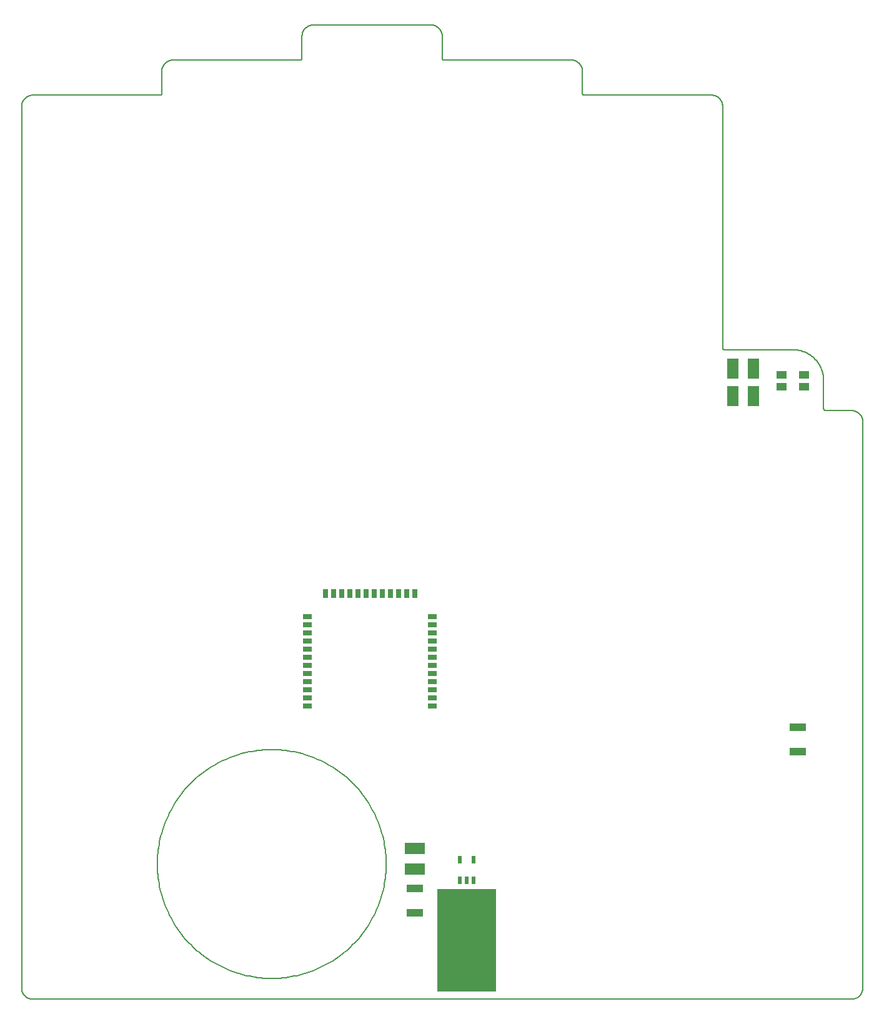
<source format=gtp>
G75*
%MOIN*%
%OFA0B0*%
%FSLAX25Y25*%
%IPPOS*%
%LPD*%
%AMOC8*
5,1,8,0,0,1.08239X$1,22.5*
%
%ADD10C,0.00600*%
%ADD11R,0.02500X0.05000*%
%ADD12R,0.05000X0.02500*%
%ADD13R,0.05512X0.04331*%
%ADD14R,0.02362X0.04331*%
%ADD15R,0.31496X0.55118*%
%ADD16R,0.10630X0.06299*%
%ADD17R,0.06299X0.10630*%
%ADD18R,0.09055X0.04331*%
D10*
X0089883Y0074135D02*
X0089883Y0544607D01*
X0089882Y0544607D02*
X0089884Y0544759D01*
X0089890Y0544911D01*
X0089900Y0545063D01*
X0089913Y0545214D01*
X0089931Y0545365D01*
X0089952Y0545516D01*
X0089978Y0545666D01*
X0090007Y0545815D01*
X0090040Y0545964D01*
X0090077Y0546111D01*
X0090117Y0546258D01*
X0090162Y0546403D01*
X0090210Y0546547D01*
X0090262Y0546690D01*
X0090317Y0546832D01*
X0090376Y0546972D01*
X0090439Y0547111D01*
X0090505Y0547248D01*
X0090575Y0547383D01*
X0090648Y0547516D01*
X0090725Y0547647D01*
X0090805Y0547777D01*
X0090888Y0547904D01*
X0090974Y0548029D01*
X0091064Y0548152D01*
X0091157Y0548272D01*
X0091253Y0548390D01*
X0091352Y0548506D01*
X0091454Y0548619D01*
X0091558Y0548729D01*
X0091666Y0548837D01*
X0091776Y0548941D01*
X0091889Y0549043D01*
X0092005Y0549142D01*
X0092123Y0549238D01*
X0092243Y0549331D01*
X0092366Y0549421D01*
X0092491Y0549507D01*
X0092618Y0549590D01*
X0092748Y0549670D01*
X0092879Y0549747D01*
X0093012Y0549820D01*
X0093147Y0549890D01*
X0093284Y0549956D01*
X0093423Y0550019D01*
X0093563Y0550078D01*
X0093705Y0550133D01*
X0093848Y0550185D01*
X0093992Y0550233D01*
X0094137Y0550278D01*
X0094284Y0550318D01*
X0094431Y0550355D01*
X0094580Y0550388D01*
X0094729Y0550417D01*
X0094879Y0550443D01*
X0095030Y0550464D01*
X0095181Y0550482D01*
X0095332Y0550495D01*
X0095484Y0550505D01*
X0095636Y0550511D01*
X0095788Y0550513D01*
X0163702Y0550513D01*
X0163764Y0550515D01*
X0163825Y0550521D01*
X0163886Y0550530D01*
X0163947Y0550544D01*
X0164006Y0550561D01*
X0164064Y0550582D01*
X0164121Y0550607D01*
X0164176Y0550635D01*
X0164229Y0550666D01*
X0164280Y0550701D01*
X0164329Y0550739D01*
X0164376Y0550780D01*
X0164419Y0550823D01*
X0164460Y0550870D01*
X0164498Y0550919D01*
X0164533Y0550970D01*
X0164564Y0551023D01*
X0164592Y0551078D01*
X0164617Y0551135D01*
X0164638Y0551193D01*
X0164655Y0551252D01*
X0164669Y0551313D01*
X0164678Y0551374D01*
X0164684Y0551435D01*
X0164686Y0551497D01*
X0164686Y0563308D01*
X0164685Y0563308D02*
X0164687Y0563460D01*
X0164693Y0563612D01*
X0164703Y0563764D01*
X0164716Y0563915D01*
X0164734Y0564066D01*
X0164755Y0564217D01*
X0164781Y0564367D01*
X0164810Y0564516D01*
X0164843Y0564665D01*
X0164880Y0564812D01*
X0164920Y0564959D01*
X0164965Y0565104D01*
X0165013Y0565248D01*
X0165065Y0565391D01*
X0165120Y0565533D01*
X0165179Y0565673D01*
X0165242Y0565812D01*
X0165308Y0565949D01*
X0165378Y0566084D01*
X0165451Y0566217D01*
X0165528Y0566348D01*
X0165608Y0566478D01*
X0165691Y0566605D01*
X0165777Y0566730D01*
X0165867Y0566853D01*
X0165960Y0566973D01*
X0166056Y0567091D01*
X0166155Y0567207D01*
X0166257Y0567320D01*
X0166361Y0567430D01*
X0166469Y0567538D01*
X0166579Y0567642D01*
X0166692Y0567744D01*
X0166808Y0567843D01*
X0166926Y0567939D01*
X0167046Y0568032D01*
X0167169Y0568122D01*
X0167294Y0568208D01*
X0167421Y0568291D01*
X0167551Y0568371D01*
X0167682Y0568448D01*
X0167815Y0568521D01*
X0167950Y0568591D01*
X0168087Y0568657D01*
X0168226Y0568720D01*
X0168366Y0568779D01*
X0168508Y0568834D01*
X0168651Y0568886D01*
X0168795Y0568934D01*
X0168940Y0568979D01*
X0169087Y0569019D01*
X0169234Y0569056D01*
X0169383Y0569089D01*
X0169532Y0569118D01*
X0169682Y0569144D01*
X0169833Y0569165D01*
X0169984Y0569183D01*
X0170135Y0569196D01*
X0170287Y0569206D01*
X0170439Y0569212D01*
X0170591Y0569214D01*
X0170591Y0569213D02*
X0238505Y0569213D01*
X0238505Y0569214D02*
X0238567Y0569216D01*
X0238628Y0569222D01*
X0238689Y0569231D01*
X0238750Y0569245D01*
X0238809Y0569262D01*
X0238867Y0569283D01*
X0238924Y0569308D01*
X0238979Y0569336D01*
X0239032Y0569367D01*
X0239083Y0569402D01*
X0239132Y0569440D01*
X0239179Y0569481D01*
X0239222Y0569524D01*
X0239263Y0569571D01*
X0239301Y0569620D01*
X0239336Y0569671D01*
X0239367Y0569724D01*
X0239395Y0569779D01*
X0239420Y0569836D01*
X0239441Y0569894D01*
X0239458Y0569953D01*
X0239472Y0570014D01*
X0239481Y0570075D01*
X0239487Y0570136D01*
X0239489Y0570198D01*
X0239489Y0582009D01*
X0239488Y0582009D02*
X0239490Y0582161D01*
X0239496Y0582313D01*
X0239506Y0582465D01*
X0239519Y0582616D01*
X0239537Y0582767D01*
X0239558Y0582918D01*
X0239584Y0583068D01*
X0239613Y0583217D01*
X0239646Y0583366D01*
X0239683Y0583513D01*
X0239723Y0583660D01*
X0239768Y0583805D01*
X0239816Y0583949D01*
X0239868Y0584092D01*
X0239923Y0584234D01*
X0239982Y0584374D01*
X0240045Y0584513D01*
X0240111Y0584650D01*
X0240181Y0584785D01*
X0240254Y0584918D01*
X0240331Y0585049D01*
X0240411Y0585179D01*
X0240494Y0585306D01*
X0240580Y0585431D01*
X0240670Y0585554D01*
X0240763Y0585674D01*
X0240859Y0585792D01*
X0240958Y0585908D01*
X0241060Y0586021D01*
X0241164Y0586131D01*
X0241272Y0586239D01*
X0241382Y0586343D01*
X0241495Y0586445D01*
X0241611Y0586544D01*
X0241729Y0586640D01*
X0241849Y0586733D01*
X0241972Y0586823D01*
X0242097Y0586909D01*
X0242224Y0586992D01*
X0242354Y0587072D01*
X0242485Y0587149D01*
X0242618Y0587222D01*
X0242753Y0587292D01*
X0242890Y0587358D01*
X0243029Y0587421D01*
X0243169Y0587480D01*
X0243311Y0587535D01*
X0243454Y0587587D01*
X0243598Y0587635D01*
X0243743Y0587680D01*
X0243890Y0587720D01*
X0244037Y0587757D01*
X0244186Y0587790D01*
X0244335Y0587819D01*
X0244485Y0587845D01*
X0244636Y0587866D01*
X0244787Y0587884D01*
X0244938Y0587897D01*
X0245090Y0587907D01*
X0245242Y0587913D01*
X0245394Y0587915D01*
X0245394Y0587914D02*
X0308387Y0587914D01*
X0308387Y0587915D02*
X0308539Y0587913D01*
X0308691Y0587907D01*
X0308843Y0587897D01*
X0308994Y0587884D01*
X0309145Y0587866D01*
X0309296Y0587845D01*
X0309446Y0587819D01*
X0309595Y0587790D01*
X0309744Y0587757D01*
X0309891Y0587720D01*
X0310038Y0587680D01*
X0310183Y0587635D01*
X0310327Y0587587D01*
X0310470Y0587535D01*
X0310612Y0587480D01*
X0310752Y0587421D01*
X0310891Y0587358D01*
X0311028Y0587292D01*
X0311163Y0587222D01*
X0311296Y0587149D01*
X0311427Y0587072D01*
X0311557Y0586992D01*
X0311684Y0586909D01*
X0311809Y0586823D01*
X0311932Y0586733D01*
X0312052Y0586640D01*
X0312170Y0586544D01*
X0312286Y0586445D01*
X0312399Y0586343D01*
X0312509Y0586239D01*
X0312617Y0586131D01*
X0312721Y0586021D01*
X0312823Y0585908D01*
X0312922Y0585792D01*
X0313018Y0585674D01*
X0313111Y0585554D01*
X0313201Y0585431D01*
X0313287Y0585306D01*
X0313370Y0585179D01*
X0313450Y0585049D01*
X0313527Y0584918D01*
X0313600Y0584785D01*
X0313670Y0584650D01*
X0313736Y0584513D01*
X0313799Y0584374D01*
X0313858Y0584234D01*
X0313913Y0584092D01*
X0313965Y0583949D01*
X0314013Y0583805D01*
X0314058Y0583660D01*
X0314098Y0583513D01*
X0314135Y0583366D01*
X0314168Y0583217D01*
X0314197Y0583068D01*
X0314223Y0582918D01*
X0314244Y0582767D01*
X0314262Y0582616D01*
X0314275Y0582465D01*
X0314285Y0582313D01*
X0314291Y0582161D01*
X0314293Y0582009D01*
X0314292Y0582009D02*
X0314292Y0570198D01*
X0314294Y0570136D01*
X0314300Y0570075D01*
X0314309Y0570014D01*
X0314323Y0569953D01*
X0314340Y0569894D01*
X0314361Y0569836D01*
X0314386Y0569779D01*
X0314414Y0569724D01*
X0314445Y0569671D01*
X0314480Y0569620D01*
X0314518Y0569571D01*
X0314559Y0569524D01*
X0314602Y0569481D01*
X0314649Y0569440D01*
X0314698Y0569402D01*
X0314749Y0569367D01*
X0314802Y0569336D01*
X0314857Y0569308D01*
X0314914Y0569283D01*
X0314972Y0569262D01*
X0315031Y0569245D01*
X0315092Y0569231D01*
X0315153Y0569222D01*
X0315214Y0569216D01*
X0315276Y0569214D01*
X0315276Y0569213D02*
X0383190Y0569213D01*
X0383190Y0569214D02*
X0383342Y0569212D01*
X0383494Y0569206D01*
X0383646Y0569196D01*
X0383797Y0569183D01*
X0383948Y0569165D01*
X0384099Y0569144D01*
X0384249Y0569118D01*
X0384398Y0569089D01*
X0384547Y0569056D01*
X0384694Y0569019D01*
X0384841Y0568979D01*
X0384986Y0568934D01*
X0385130Y0568886D01*
X0385273Y0568834D01*
X0385415Y0568779D01*
X0385555Y0568720D01*
X0385694Y0568657D01*
X0385831Y0568591D01*
X0385966Y0568521D01*
X0386099Y0568448D01*
X0386230Y0568371D01*
X0386360Y0568291D01*
X0386487Y0568208D01*
X0386612Y0568122D01*
X0386735Y0568032D01*
X0386855Y0567939D01*
X0386973Y0567843D01*
X0387089Y0567744D01*
X0387202Y0567642D01*
X0387312Y0567538D01*
X0387420Y0567430D01*
X0387524Y0567320D01*
X0387626Y0567207D01*
X0387725Y0567091D01*
X0387821Y0566973D01*
X0387914Y0566853D01*
X0388004Y0566730D01*
X0388090Y0566605D01*
X0388173Y0566478D01*
X0388253Y0566348D01*
X0388330Y0566217D01*
X0388403Y0566084D01*
X0388473Y0565949D01*
X0388539Y0565812D01*
X0388602Y0565673D01*
X0388661Y0565533D01*
X0388716Y0565391D01*
X0388768Y0565248D01*
X0388816Y0565104D01*
X0388861Y0564959D01*
X0388901Y0564812D01*
X0388938Y0564665D01*
X0388971Y0564516D01*
X0389000Y0564367D01*
X0389026Y0564217D01*
X0389047Y0564066D01*
X0389065Y0563915D01*
X0389078Y0563764D01*
X0389088Y0563612D01*
X0389094Y0563460D01*
X0389096Y0563308D01*
X0389095Y0563308D02*
X0389095Y0551497D01*
X0389096Y0551497D02*
X0389098Y0551435D01*
X0389104Y0551374D01*
X0389113Y0551313D01*
X0389127Y0551252D01*
X0389144Y0551193D01*
X0389165Y0551135D01*
X0389190Y0551078D01*
X0389218Y0551023D01*
X0389249Y0550970D01*
X0389284Y0550919D01*
X0389322Y0550870D01*
X0389363Y0550823D01*
X0389406Y0550780D01*
X0389453Y0550739D01*
X0389502Y0550701D01*
X0389553Y0550666D01*
X0389606Y0550635D01*
X0389661Y0550607D01*
X0389718Y0550582D01*
X0389776Y0550561D01*
X0389835Y0550544D01*
X0389896Y0550530D01*
X0389957Y0550521D01*
X0390018Y0550515D01*
X0390080Y0550513D01*
X0457993Y0550513D01*
X0458145Y0550511D01*
X0458297Y0550505D01*
X0458449Y0550495D01*
X0458600Y0550482D01*
X0458751Y0550464D01*
X0458902Y0550443D01*
X0459052Y0550417D01*
X0459201Y0550388D01*
X0459350Y0550355D01*
X0459497Y0550318D01*
X0459644Y0550278D01*
X0459789Y0550233D01*
X0459933Y0550185D01*
X0460076Y0550133D01*
X0460218Y0550078D01*
X0460358Y0550019D01*
X0460497Y0549956D01*
X0460634Y0549890D01*
X0460769Y0549820D01*
X0460902Y0549747D01*
X0461033Y0549670D01*
X0461163Y0549590D01*
X0461290Y0549507D01*
X0461415Y0549421D01*
X0461538Y0549331D01*
X0461658Y0549238D01*
X0461776Y0549142D01*
X0461892Y0549043D01*
X0462005Y0548941D01*
X0462115Y0548837D01*
X0462223Y0548729D01*
X0462327Y0548619D01*
X0462429Y0548506D01*
X0462528Y0548390D01*
X0462624Y0548272D01*
X0462717Y0548152D01*
X0462807Y0548029D01*
X0462893Y0547904D01*
X0462976Y0547777D01*
X0463056Y0547647D01*
X0463133Y0547516D01*
X0463206Y0547383D01*
X0463276Y0547248D01*
X0463342Y0547111D01*
X0463405Y0546972D01*
X0463464Y0546832D01*
X0463519Y0546690D01*
X0463571Y0546547D01*
X0463619Y0546403D01*
X0463664Y0546258D01*
X0463704Y0546111D01*
X0463741Y0545964D01*
X0463774Y0545815D01*
X0463803Y0545666D01*
X0463829Y0545516D01*
X0463850Y0545365D01*
X0463868Y0545214D01*
X0463881Y0545063D01*
X0463891Y0544911D01*
X0463897Y0544759D01*
X0463899Y0544607D01*
X0463898Y0544607D02*
X0463898Y0415670D01*
X0463899Y0415670D02*
X0463901Y0415608D01*
X0463907Y0415547D01*
X0463916Y0415486D01*
X0463930Y0415425D01*
X0463947Y0415366D01*
X0463968Y0415308D01*
X0463993Y0415251D01*
X0464021Y0415196D01*
X0464052Y0415143D01*
X0464087Y0415092D01*
X0464125Y0415043D01*
X0464166Y0414996D01*
X0464209Y0414953D01*
X0464256Y0414912D01*
X0464305Y0414874D01*
X0464356Y0414839D01*
X0464409Y0414808D01*
X0464464Y0414780D01*
X0464521Y0414755D01*
X0464579Y0414734D01*
X0464638Y0414717D01*
X0464699Y0414703D01*
X0464760Y0414694D01*
X0464821Y0414688D01*
X0464883Y0414686D01*
X0501300Y0414686D01*
X0501300Y0414685D02*
X0501700Y0414680D01*
X0502099Y0414666D01*
X0502498Y0414642D01*
X0502896Y0414608D01*
X0503293Y0414564D01*
X0503689Y0414511D01*
X0504084Y0414449D01*
X0504477Y0414377D01*
X0504868Y0414295D01*
X0505257Y0414205D01*
X0505644Y0414104D01*
X0506028Y0413995D01*
X0506410Y0413876D01*
X0506788Y0413748D01*
X0507163Y0413610D01*
X0507535Y0413464D01*
X0507903Y0413309D01*
X0508268Y0413145D01*
X0508628Y0412972D01*
X0508984Y0412791D01*
X0509336Y0412601D01*
X0509683Y0412403D01*
X0510025Y0412196D01*
X0510361Y0411981D01*
X0510693Y0411758D01*
X0511019Y0411527D01*
X0511339Y0411288D01*
X0511654Y0411042D01*
X0511962Y0410788D01*
X0512265Y0410527D01*
X0512561Y0410258D01*
X0512850Y0409982D01*
X0513132Y0409700D01*
X0513408Y0409411D01*
X0513677Y0409115D01*
X0513938Y0408812D01*
X0514192Y0408504D01*
X0514438Y0408189D01*
X0514677Y0407869D01*
X0514908Y0407543D01*
X0515131Y0407211D01*
X0515346Y0406875D01*
X0515553Y0406533D01*
X0515751Y0406186D01*
X0515941Y0405834D01*
X0516122Y0405478D01*
X0516295Y0405118D01*
X0516459Y0404753D01*
X0516614Y0404385D01*
X0516760Y0404013D01*
X0516898Y0403638D01*
X0517026Y0403260D01*
X0517145Y0402878D01*
X0517254Y0402494D01*
X0517355Y0402107D01*
X0517445Y0401718D01*
X0517527Y0401327D01*
X0517599Y0400934D01*
X0517661Y0400539D01*
X0517714Y0400143D01*
X0517758Y0399746D01*
X0517792Y0399348D01*
X0517816Y0398949D01*
X0517830Y0398550D01*
X0517835Y0398150D01*
X0517835Y0383190D01*
X0517836Y0383190D02*
X0517838Y0383128D01*
X0517844Y0383067D01*
X0517853Y0383006D01*
X0517867Y0382945D01*
X0517884Y0382886D01*
X0517905Y0382828D01*
X0517930Y0382771D01*
X0517958Y0382716D01*
X0517989Y0382663D01*
X0518024Y0382612D01*
X0518062Y0382563D01*
X0518103Y0382516D01*
X0518146Y0382473D01*
X0518193Y0382432D01*
X0518242Y0382394D01*
X0518293Y0382359D01*
X0518346Y0382328D01*
X0518401Y0382300D01*
X0518458Y0382275D01*
X0518516Y0382254D01*
X0518575Y0382237D01*
X0518636Y0382223D01*
X0518697Y0382214D01*
X0518758Y0382208D01*
X0518820Y0382206D01*
X0532796Y0382206D01*
X0532948Y0382204D01*
X0533100Y0382198D01*
X0533252Y0382188D01*
X0533403Y0382175D01*
X0533554Y0382157D01*
X0533705Y0382136D01*
X0533855Y0382110D01*
X0534004Y0382081D01*
X0534153Y0382048D01*
X0534300Y0382011D01*
X0534447Y0381971D01*
X0534592Y0381926D01*
X0534736Y0381878D01*
X0534879Y0381826D01*
X0535021Y0381771D01*
X0535161Y0381712D01*
X0535300Y0381649D01*
X0535437Y0381583D01*
X0535572Y0381513D01*
X0535705Y0381440D01*
X0535836Y0381363D01*
X0535966Y0381283D01*
X0536093Y0381200D01*
X0536218Y0381114D01*
X0536341Y0381024D01*
X0536461Y0380931D01*
X0536579Y0380835D01*
X0536695Y0380736D01*
X0536808Y0380634D01*
X0536918Y0380530D01*
X0537026Y0380422D01*
X0537130Y0380312D01*
X0537232Y0380199D01*
X0537331Y0380083D01*
X0537427Y0379965D01*
X0537520Y0379845D01*
X0537610Y0379722D01*
X0537696Y0379597D01*
X0537779Y0379470D01*
X0537859Y0379340D01*
X0537936Y0379209D01*
X0538009Y0379076D01*
X0538079Y0378941D01*
X0538145Y0378804D01*
X0538208Y0378665D01*
X0538267Y0378525D01*
X0538322Y0378383D01*
X0538374Y0378240D01*
X0538422Y0378096D01*
X0538467Y0377951D01*
X0538507Y0377804D01*
X0538544Y0377657D01*
X0538577Y0377508D01*
X0538606Y0377359D01*
X0538632Y0377209D01*
X0538653Y0377058D01*
X0538671Y0376907D01*
X0538684Y0376756D01*
X0538694Y0376604D01*
X0538700Y0376452D01*
X0538702Y0376300D01*
X0538702Y0074135D01*
X0538700Y0073983D01*
X0538694Y0073831D01*
X0538684Y0073679D01*
X0538671Y0073528D01*
X0538653Y0073377D01*
X0538632Y0073226D01*
X0538606Y0073076D01*
X0538577Y0072927D01*
X0538544Y0072778D01*
X0538507Y0072631D01*
X0538467Y0072484D01*
X0538422Y0072339D01*
X0538374Y0072195D01*
X0538322Y0072052D01*
X0538267Y0071910D01*
X0538208Y0071770D01*
X0538145Y0071631D01*
X0538079Y0071494D01*
X0538009Y0071359D01*
X0537936Y0071226D01*
X0537859Y0071095D01*
X0537779Y0070965D01*
X0537696Y0070838D01*
X0537610Y0070713D01*
X0537520Y0070590D01*
X0537427Y0070470D01*
X0537331Y0070352D01*
X0537232Y0070236D01*
X0537130Y0070123D01*
X0537026Y0070013D01*
X0536918Y0069905D01*
X0536808Y0069801D01*
X0536695Y0069699D01*
X0536579Y0069600D01*
X0536461Y0069504D01*
X0536341Y0069411D01*
X0536218Y0069321D01*
X0536093Y0069235D01*
X0535966Y0069152D01*
X0535836Y0069072D01*
X0535705Y0068995D01*
X0535572Y0068922D01*
X0535437Y0068852D01*
X0535300Y0068786D01*
X0535161Y0068723D01*
X0535021Y0068664D01*
X0534879Y0068609D01*
X0534736Y0068557D01*
X0534592Y0068509D01*
X0534447Y0068464D01*
X0534300Y0068424D01*
X0534153Y0068387D01*
X0534004Y0068354D01*
X0533855Y0068325D01*
X0533705Y0068299D01*
X0533554Y0068278D01*
X0533403Y0068260D01*
X0533252Y0068247D01*
X0533100Y0068237D01*
X0532948Y0068231D01*
X0532796Y0068229D01*
X0095788Y0068229D01*
X0095636Y0068231D01*
X0095484Y0068237D01*
X0095332Y0068247D01*
X0095181Y0068260D01*
X0095030Y0068278D01*
X0094879Y0068299D01*
X0094729Y0068325D01*
X0094580Y0068354D01*
X0094431Y0068387D01*
X0094284Y0068424D01*
X0094137Y0068464D01*
X0093992Y0068509D01*
X0093848Y0068557D01*
X0093705Y0068609D01*
X0093563Y0068664D01*
X0093423Y0068723D01*
X0093284Y0068786D01*
X0093147Y0068852D01*
X0093012Y0068922D01*
X0092879Y0068995D01*
X0092748Y0069072D01*
X0092618Y0069152D01*
X0092491Y0069235D01*
X0092366Y0069321D01*
X0092243Y0069411D01*
X0092123Y0069504D01*
X0092005Y0069600D01*
X0091889Y0069699D01*
X0091776Y0069801D01*
X0091666Y0069905D01*
X0091558Y0070013D01*
X0091454Y0070123D01*
X0091352Y0070236D01*
X0091253Y0070352D01*
X0091157Y0070470D01*
X0091064Y0070590D01*
X0090974Y0070713D01*
X0090888Y0070838D01*
X0090805Y0070965D01*
X0090725Y0071095D01*
X0090648Y0071226D01*
X0090575Y0071359D01*
X0090505Y0071494D01*
X0090439Y0071631D01*
X0090376Y0071770D01*
X0090317Y0071910D01*
X0090262Y0072052D01*
X0090210Y0072195D01*
X0090162Y0072339D01*
X0090117Y0072484D01*
X0090077Y0072631D01*
X0090040Y0072778D01*
X0090007Y0072927D01*
X0089978Y0073076D01*
X0089952Y0073226D01*
X0089931Y0073377D01*
X0089913Y0073528D01*
X0089900Y0073679D01*
X0089890Y0073831D01*
X0089884Y0073983D01*
X0089882Y0074135D01*
X0162323Y0140276D02*
X0162341Y0141774D01*
X0162397Y0143270D01*
X0162488Y0144765D01*
X0162617Y0146257D01*
X0162782Y0147746D01*
X0162983Y0149230D01*
X0163221Y0150709D01*
X0163496Y0152181D01*
X0163806Y0153646D01*
X0164152Y0155104D01*
X0164534Y0156552D01*
X0164951Y0157990D01*
X0165403Y0159418D01*
X0165890Y0160834D01*
X0166412Y0162238D01*
X0166968Y0163629D01*
X0167558Y0165005D01*
X0168182Y0166367D01*
X0168839Y0167713D01*
X0169529Y0169043D01*
X0170251Y0170355D01*
X0171005Y0171649D01*
X0171791Y0172924D01*
X0172607Y0174179D01*
X0173455Y0175414D01*
X0174332Y0176628D01*
X0175239Y0177820D01*
X0176175Y0178989D01*
X0177139Y0180135D01*
X0178131Y0181257D01*
X0179151Y0182355D01*
X0180197Y0183426D01*
X0181268Y0184472D01*
X0182366Y0185492D01*
X0183488Y0186484D01*
X0184634Y0187448D01*
X0185803Y0188384D01*
X0186995Y0189291D01*
X0188209Y0190168D01*
X0189444Y0191016D01*
X0190699Y0191832D01*
X0191974Y0192618D01*
X0193268Y0193372D01*
X0194580Y0194094D01*
X0195910Y0194784D01*
X0197256Y0195441D01*
X0198618Y0196065D01*
X0199994Y0196655D01*
X0201385Y0197211D01*
X0202789Y0197733D01*
X0204205Y0198220D01*
X0205633Y0198672D01*
X0207071Y0199089D01*
X0208519Y0199471D01*
X0209977Y0199817D01*
X0211442Y0200127D01*
X0212914Y0200402D01*
X0214393Y0200640D01*
X0215877Y0200841D01*
X0217366Y0201006D01*
X0218858Y0201135D01*
X0220353Y0201226D01*
X0221849Y0201282D01*
X0223347Y0201300D01*
X0224845Y0201282D01*
X0226341Y0201226D01*
X0227836Y0201135D01*
X0229328Y0201006D01*
X0230817Y0200841D01*
X0232301Y0200640D01*
X0233780Y0200402D01*
X0235252Y0200127D01*
X0236717Y0199817D01*
X0238175Y0199471D01*
X0239623Y0199089D01*
X0241061Y0198672D01*
X0242489Y0198220D01*
X0243905Y0197733D01*
X0245309Y0197211D01*
X0246700Y0196655D01*
X0248076Y0196065D01*
X0249438Y0195441D01*
X0250784Y0194784D01*
X0252114Y0194094D01*
X0253426Y0193372D01*
X0254720Y0192618D01*
X0255995Y0191832D01*
X0257250Y0191016D01*
X0258485Y0190168D01*
X0259699Y0189291D01*
X0260891Y0188384D01*
X0262060Y0187448D01*
X0263206Y0186484D01*
X0264328Y0185492D01*
X0265426Y0184472D01*
X0266497Y0183426D01*
X0267543Y0182355D01*
X0268563Y0181257D01*
X0269555Y0180135D01*
X0270519Y0178989D01*
X0271455Y0177820D01*
X0272362Y0176628D01*
X0273239Y0175414D01*
X0274087Y0174179D01*
X0274903Y0172924D01*
X0275689Y0171649D01*
X0276443Y0170355D01*
X0277165Y0169043D01*
X0277855Y0167713D01*
X0278512Y0166367D01*
X0279136Y0165005D01*
X0279726Y0163629D01*
X0280282Y0162238D01*
X0280804Y0160834D01*
X0281291Y0159418D01*
X0281743Y0157990D01*
X0282160Y0156552D01*
X0282542Y0155104D01*
X0282888Y0153646D01*
X0283198Y0152181D01*
X0283473Y0150709D01*
X0283711Y0149230D01*
X0283912Y0147746D01*
X0284077Y0146257D01*
X0284206Y0144765D01*
X0284297Y0143270D01*
X0284353Y0141774D01*
X0284371Y0140276D01*
X0284353Y0138778D01*
X0284297Y0137282D01*
X0284206Y0135787D01*
X0284077Y0134295D01*
X0283912Y0132806D01*
X0283711Y0131322D01*
X0283473Y0129843D01*
X0283198Y0128371D01*
X0282888Y0126906D01*
X0282542Y0125448D01*
X0282160Y0124000D01*
X0281743Y0122562D01*
X0281291Y0121134D01*
X0280804Y0119718D01*
X0280282Y0118314D01*
X0279726Y0116923D01*
X0279136Y0115547D01*
X0278512Y0114185D01*
X0277855Y0112839D01*
X0277165Y0111509D01*
X0276443Y0110197D01*
X0275689Y0108903D01*
X0274903Y0107628D01*
X0274087Y0106373D01*
X0273239Y0105138D01*
X0272362Y0103924D01*
X0271455Y0102732D01*
X0270519Y0101563D01*
X0269555Y0100417D01*
X0268563Y0099295D01*
X0267543Y0098197D01*
X0266497Y0097126D01*
X0265426Y0096080D01*
X0264328Y0095060D01*
X0263206Y0094068D01*
X0262060Y0093104D01*
X0260891Y0092168D01*
X0259699Y0091261D01*
X0258485Y0090384D01*
X0257250Y0089536D01*
X0255995Y0088720D01*
X0254720Y0087934D01*
X0253426Y0087180D01*
X0252114Y0086458D01*
X0250784Y0085768D01*
X0249438Y0085111D01*
X0248076Y0084487D01*
X0246700Y0083897D01*
X0245309Y0083341D01*
X0243905Y0082819D01*
X0242489Y0082332D01*
X0241061Y0081880D01*
X0239623Y0081463D01*
X0238175Y0081081D01*
X0236717Y0080735D01*
X0235252Y0080425D01*
X0233780Y0080150D01*
X0232301Y0079912D01*
X0230817Y0079711D01*
X0229328Y0079546D01*
X0227836Y0079417D01*
X0226341Y0079326D01*
X0224845Y0079270D01*
X0223347Y0079252D01*
X0221849Y0079270D01*
X0220353Y0079326D01*
X0218858Y0079417D01*
X0217366Y0079546D01*
X0215877Y0079711D01*
X0214393Y0079912D01*
X0212914Y0080150D01*
X0211442Y0080425D01*
X0209977Y0080735D01*
X0208519Y0081081D01*
X0207071Y0081463D01*
X0205633Y0081880D01*
X0204205Y0082332D01*
X0202789Y0082819D01*
X0201385Y0083341D01*
X0199994Y0083897D01*
X0198618Y0084487D01*
X0197256Y0085111D01*
X0195910Y0085768D01*
X0194580Y0086458D01*
X0193268Y0087180D01*
X0191974Y0087934D01*
X0190699Y0088720D01*
X0189444Y0089536D01*
X0188209Y0090384D01*
X0186995Y0091261D01*
X0185803Y0092168D01*
X0184634Y0093104D01*
X0183488Y0094068D01*
X0182366Y0095060D01*
X0181268Y0096080D01*
X0180197Y0097126D01*
X0179151Y0098197D01*
X0178131Y0099295D01*
X0177139Y0100417D01*
X0176175Y0101563D01*
X0175239Y0102732D01*
X0174332Y0103924D01*
X0173455Y0105138D01*
X0172607Y0106373D01*
X0171791Y0107628D01*
X0171005Y0108903D01*
X0170251Y0110197D01*
X0169529Y0111509D01*
X0168839Y0112839D01*
X0168182Y0114185D01*
X0167558Y0115547D01*
X0166968Y0116923D01*
X0166412Y0118314D01*
X0165890Y0119718D01*
X0165403Y0121134D01*
X0164951Y0122562D01*
X0164534Y0124000D01*
X0164152Y0125448D01*
X0163806Y0126906D01*
X0163496Y0128371D01*
X0163221Y0129843D01*
X0162983Y0131322D01*
X0162782Y0132806D01*
X0162617Y0134295D01*
X0162488Y0135787D01*
X0162397Y0137282D01*
X0162341Y0138778D01*
X0162323Y0140276D01*
D11*
X0251891Y0284568D03*
X0256221Y0284568D03*
X0260552Y0284568D03*
X0264883Y0284568D03*
X0269213Y0284568D03*
X0273544Y0284568D03*
X0277875Y0284568D03*
X0282206Y0284568D03*
X0286536Y0284568D03*
X0290867Y0284568D03*
X0295198Y0284568D03*
X0299528Y0284568D03*
D12*
X0309174Y0272166D03*
X0309174Y0267835D03*
X0309174Y0263505D03*
X0309174Y0259174D03*
X0309174Y0254843D03*
X0309174Y0250513D03*
X0309174Y0246182D03*
X0309174Y0241851D03*
X0309174Y0237520D03*
X0309174Y0233190D03*
X0309174Y0228859D03*
X0309174Y0224528D03*
X0242245Y0224528D03*
X0242245Y0228859D03*
X0242245Y0233190D03*
X0242245Y0237520D03*
X0242245Y0241851D03*
X0242245Y0246182D03*
X0242245Y0250513D03*
X0242245Y0254843D03*
X0242245Y0259174D03*
X0242245Y0263505D03*
X0242245Y0267835D03*
X0242245Y0272166D03*
D13*
X0495394Y0395001D03*
X0495394Y0401300D03*
X0507206Y0401300D03*
X0507206Y0395001D03*
D14*
X0331024Y0142639D03*
X0323544Y0142639D03*
X0323544Y0131615D03*
X0327284Y0131615D03*
X0331024Y0131615D03*
D15*
X0327284Y0099725D03*
D16*
X0299725Y0137520D03*
X0299725Y0148544D03*
D17*
X0469410Y0389883D03*
X0480434Y0389883D03*
X0480434Y0404450D03*
X0469410Y0404450D03*
D18*
X0504056Y0213111D03*
X0504056Y0200119D03*
X0299725Y0127087D03*
X0299725Y0114095D03*
M02*

</source>
